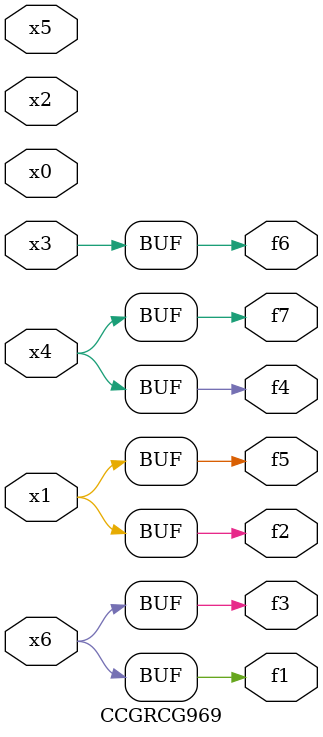
<source format=v>
module CCGRCG969(
	input x0, x1, x2, x3, x4, x5, x6,
	output f1, f2, f3, f4, f5, f6, f7
);
	assign f1 = x6;
	assign f2 = x1;
	assign f3 = x6;
	assign f4 = x4;
	assign f5 = x1;
	assign f6 = x3;
	assign f7 = x4;
endmodule

</source>
